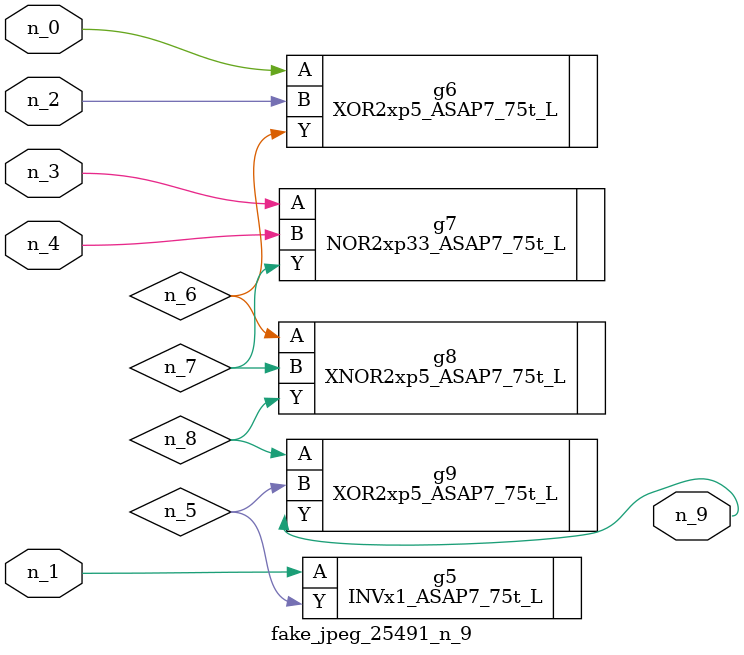
<source format=v>
module fake_jpeg_25491_n_9 (n_3, n_2, n_1, n_0, n_4, n_9);

input n_3;
input n_2;
input n_1;
input n_0;
input n_4;

output n_9;

wire n_8;
wire n_6;
wire n_5;
wire n_7;

INVx1_ASAP7_75t_L g5 ( 
.A(n_1),
.Y(n_5)
);

XOR2xp5_ASAP7_75t_L g6 ( 
.A(n_0),
.B(n_2),
.Y(n_6)
);

NOR2xp33_ASAP7_75t_L g7 ( 
.A(n_3),
.B(n_4),
.Y(n_7)
);

XNOR2xp5_ASAP7_75t_L g8 ( 
.A(n_6),
.B(n_7),
.Y(n_8)
);

XOR2xp5_ASAP7_75t_L g9 ( 
.A(n_8),
.B(n_5),
.Y(n_9)
);


endmodule
</source>
